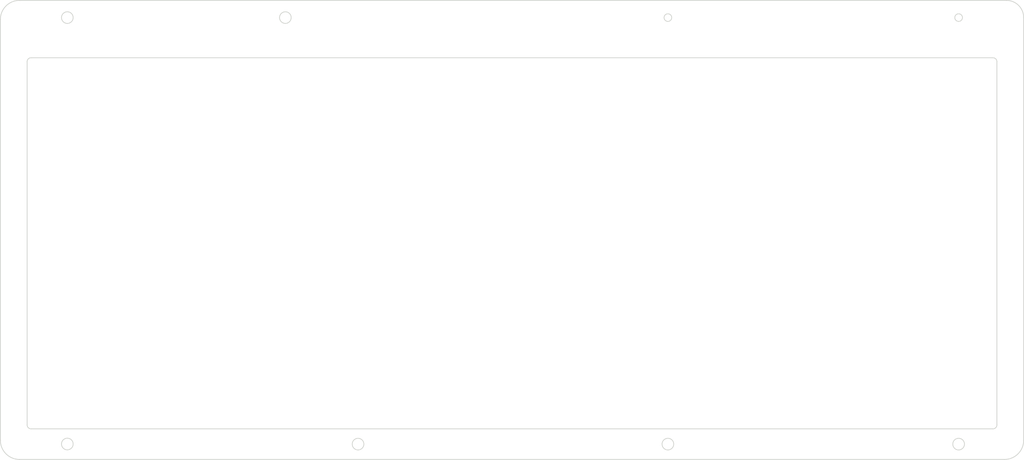
<source format=kicad_pcb>
(kicad_pcb (version 20171130) (host pcbnew 5.0.1)

  (general
    (thickness 1.6)
    (drawings 24)
    (tracks 0)
    (zones 0)
    (modules 0)
    (nets 1)
  )

  (page A3)
  (layers
    (0 F.Cu signal)
    (31 B.Cu signal)
    (32 B.Adhes user)
    (33 F.Adhes user)
    (34 B.Paste user)
    (35 F.Paste user)
    (36 B.SilkS user)
    (37 F.SilkS user)
    (38 B.Mask user)
    (39 F.Mask user)
    (40 Dwgs.User user)
    (41 Cmts.User user)
    (42 Eco1.User user)
    (43 Eco2.User user)
    (44 Edge.Cuts user)
    (45 Margin user)
    (46 B.CrtYd user)
    (47 F.CrtYd user)
    (48 B.Fab user)
    (49 F.Fab user)
  )

  (setup
    (last_trace_width 0.25)
    (trace_clearance 0.2)
    (zone_clearance 0.508)
    (zone_45_only no)
    (trace_min 0.2)
    (segment_width 0.2)
    (edge_width 0.2)
    (via_size 0.8)
    (via_drill 0.4)
    (via_min_size 0.4)
    (via_min_drill 0.3)
    (uvia_size 0.3)
    (uvia_drill 0.1)
    (uvias_allowed no)
    (uvia_min_size 0.2)
    (uvia_min_drill 0.1)
    (pcb_text_width 0.3)
    (pcb_text_size 1.5 1.5)
    (mod_edge_width 0.15)
    (mod_text_size 1 1)
    (mod_text_width 0.15)
    (pad_size 1.524 1.524)
    (pad_drill 0.762)
    (pad_to_mask_clearance 0.051)
    (solder_mask_min_width 0.25)
    (aux_axis_origin 0 0)
    (visible_elements FFFDF7FF)
    (pcbplotparams
      (layerselection 0x010fc_ffffffff)
      (usegerberextensions false)
      (usegerberattributes false)
      (usegerberadvancedattributes false)
      (creategerberjobfile false)
      (excludeedgelayer true)
      (linewidth 0.100000)
      (plotframeref false)
      (viasonmask false)
      (mode 1)
      (useauxorigin false)
      (hpglpennumber 1)
      (hpglpenspeed 20)
      (hpglpendiameter 15.000000)
      (psnegative false)
      (psa4output false)
      (plotreference true)
      (plotvalue true)
      (plotinvisibletext false)
      (padsonsilk false)
      (subtractmaskfromsilk false)
      (outputformat 1)
      (mirror false)
      (drillshape 1)
      (scaleselection 1)
      (outputdirectory "../Photos/Profiled Case/"))
  )

  (net 0 "")

  (net_class Default "This is the default net class."
    (clearance 0.2)
    (trace_width 0.25)
    (via_dia 0.8)
    (via_drill 0.4)
    (uvia_dia 0.3)
    (uvia_drill 0.1)
  )

  (gr_circle (center 325 72.5) (end 326 72.5) (layer Edge.Cuts) (width 0.2))
  (gr_circle (center 249 72.5) (end 250 72.5) (layer Edge.Cuts) (width 0.2))
  (gr_arc (start 79.5 183) (end 74.5 183) (angle -90) (layer Edge.Cuts) (width 0.2))
  (gr_arc (start 79.5 73) (end 79.5 68) (angle -90) (layer Edge.Cuts) (width 0.2))
  (gr_arc (start 337.5 72.5) (end 342 72.5) (angle -90) (layer Edge.Cuts) (width 0.2))
  (gr_arc (start 337 183) (end 337 188) (angle -90) (layer Edge.Cuts) (width 0.2))
  (gr_circle (center 92 183.973567) (end 93.3 184.773567) (layer Edge.Cuts) (width 0.2) (tstamp 5C5DE405))
  (gr_circle (center 168 184) (end 169.4 184.6) (layer Edge.Cuts) (width 0.2) (tstamp 5C5DE40B))
  (gr_circle (center 249 184) (end 250.3 184.8) (layer Edge.Cuts) (width 0.2) (tstamp 5C5DE408))
  (gr_circle (center 325 184) (end 326.3 184.8) (layer Edge.Cuts) (width 0.2) (tstamp 5C5DE40E))
  (gr_circle (center 149 72.5) (end 150.4 73.1) (layer Edge.Cuts) (width 0.2))
  (gr_circle (center 92 72.5) (end 93.3 73.3) (layer Edge.Cuts) (width 0.2))
  (gr_arc (start 334 179) (end 334 180) (angle -90) (layer Edge.Cuts) (width 0.2))
  (gr_arc (start 334 84) (end 335 84) (angle -90) (layer Edge.Cuts) (width 0.2))
  (gr_arc (start 82.5 179) (end 81.5 179) (angle -90) (layer Edge.Cuts) (width 0.2))
  (gr_arc (start 82.5 84) (end 82.5 83) (angle -90) (layer Edge.Cuts) (width 0.2))
  (gr_line (start 334 83) (end 82.5 83) (layer Edge.Cuts) (width 0.2))
  (gr_line (start 335 179) (end 335 84) (layer Edge.Cuts) (width 0.2))
  (gr_line (start 82.5 180) (end 334 180) (layer Edge.Cuts) (width 0.2))
  (gr_line (start 81.5 84) (end 81.5 179) (layer Edge.Cuts) (width 0.2))
  (gr_line (start 342 72.5) (end 342 183) (layer Edge.Cuts) (width 0.2))
  (gr_line (start 74.5 183) (end 74.5 73) (layer Edge.Cuts) (width 0.2) (tstamp 5C464E26))
  (gr_line (start 337 188) (end 79.5 188) (layer Edge.Cuts) (width 0.2))
  (gr_line (start 79.5 68) (end 337.5 68) (layer Edge.Cuts) (width 0.2))

)

</source>
